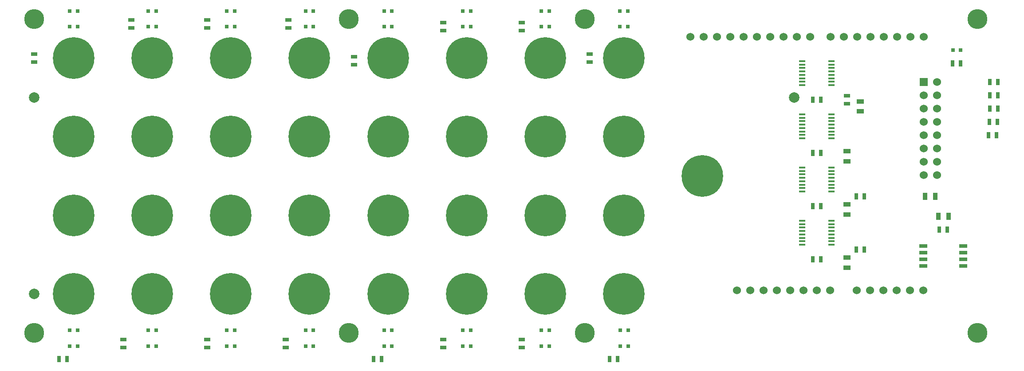
<source format=gts>
G04 #@! TF.GenerationSoftware,KiCad,Pcbnew,(2018-02-14 revision 6afdf1cf8)-makepkg*
G04 #@! TF.CreationDate,2018-02-15T17:49:41+13:00*
G04 #@! TF.ProjectId,patch-shield-digital,70617463682D736869656C642D646967,rev?*
G04 #@! TF.SameCoordinates,Original*
G04 #@! TF.FileFunction,Soldermask,Top*
G04 #@! TF.FilePolarity,Negative*
%FSLAX46Y46*%
G04 Gerber Fmt 4.6, Leading zero omitted, Abs format (unit mm)*
G04 Created by KiCad (PCBNEW (2018-02-14 revision 6afdf1cf8)-makepkg) date 02/15/18 17:49:41*
%MOMM*%
%LPD*%
G01*
G04 APERTURE LIST*
%ADD10C,7.929880*%
%ADD11C,3.797300*%
%ADD12R,0.635000X1.143000*%
%ADD13R,1.143000X0.635000*%
%ADD14R,1.524000X1.524000*%
%ADD15C,1.524000*%
%ADD16R,1.501140X0.701040*%
%ADD17R,0.889000X1.397000*%
%ADD18R,1.397000X0.889000*%
%ADD19R,0.797560X0.797560*%
%ADD20R,1.270000X0.381000*%
%ADD21C,2.001520*%
G04 APERTURE END LIST*
D10*
X55001160Y-59999880D03*
X69999860Y-59999880D03*
X85001100Y-59999880D03*
X99999800Y-59999880D03*
X115001040Y-59999880D03*
X129999740Y-59999880D03*
X145000980Y-59999880D03*
X159999680Y-59999880D03*
X55001160Y-75001120D03*
X69999860Y-75001120D03*
X85001100Y-75001120D03*
X99999800Y-75001120D03*
X115001040Y-75001120D03*
X129999740Y-75001120D03*
X145000980Y-75001120D03*
X159999680Y-75001120D03*
X159999680Y-89999820D03*
X145000980Y-89999820D03*
X129999740Y-89999820D03*
X115001040Y-89999820D03*
X99999800Y-89999820D03*
X85001100Y-89999820D03*
X69999860Y-89999820D03*
X55001160Y-89999820D03*
X55001160Y-105001060D03*
X69999860Y-105001060D03*
X85001100Y-105001060D03*
X99999800Y-105001060D03*
X115001040Y-105001060D03*
X129999740Y-105001060D03*
X145000980Y-105001060D03*
X159999680Y-105001060D03*
D11*
X47500540Y-52499260D03*
X107500420Y-52499260D03*
X152499060Y-52499260D03*
X227500180Y-52499260D03*
X227500180Y-112499140D03*
X152499060Y-112499140D03*
X107500420Y-112499140D03*
X47500540Y-112499140D03*
D10*
X175000920Y-82499200D03*
D12*
X205867000Y-96520000D03*
X204343000Y-96520000D03*
X205867000Y-86360000D03*
X204343000Y-86360000D03*
D13*
X202565000Y-68707000D03*
X202565000Y-67183000D03*
D12*
X229616000Y-74676000D03*
X231140000Y-74676000D03*
X229870000Y-69596000D03*
X231394000Y-69596000D03*
X229743000Y-72136000D03*
X231267000Y-72136000D03*
X229870000Y-67056000D03*
X231394000Y-67056000D03*
X229870000Y-64516000D03*
X231394000Y-64516000D03*
D14*
X217195400Y-64516000D03*
D15*
X219735400Y-64516000D03*
X217195400Y-67056000D03*
X219735400Y-67056000D03*
X217195400Y-69596000D03*
X219735400Y-69596000D03*
X217195400Y-72136000D03*
X219735400Y-72136000D03*
X217195400Y-74676000D03*
X219735400Y-74676000D03*
D16*
X217170000Y-95885000D03*
X217170000Y-97155000D03*
X217170000Y-98425000D03*
X217170000Y-99695000D03*
X224790000Y-99695000D03*
X224790000Y-98425000D03*
X224790000Y-97155000D03*
X224790000Y-95885000D03*
D17*
X220027500Y-90170000D03*
X221932500Y-90170000D03*
X217487500Y-86360000D03*
X219392500Y-86360000D03*
D12*
X220218000Y-92710000D03*
X221742000Y-92710000D03*
D15*
X181584600Y-104343200D03*
X184124600Y-104343200D03*
X186664600Y-104343200D03*
X189204600Y-104343200D03*
X191744600Y-104343200D03*
X194284600Y-104343200D03*
X196824600Y-104343200D03*
X199364600Y-104343200D03*
X204419200Y-104343200D03*
X206959200Y-104343200D03*
X209499200Y-104343200D03*
X212039200Y-104343200D03*
X214579200Y-104343200D03*
X217119200Y-104343200D03*
X217195400Y-77216000D03*
X217195400Y-79756000D03*
X217195400Y-82296000D03*
X219735400Y-82296000D03*
X219735400Y-79756000D03*
X219735400Y-77216000D03*
X217195400Y-55880000D03*
X214655400Y-55880000D03*
X212115400Y-55880000D03*
X209575400Y-55880000D03*
X207035400Y-55880000D03*
X204495400Y-55880000D03*
X201955400Y-55880000D03*
X199415400Y-55880000D03*
X195580000Y-55880000D03*
X193040000Y-55880000D03*
X190500000Y-55880000D03*
X187960000Y-55880000D03*
X185420000Y-55880000D03*
X182880000Y-55880000D03*
X180340000Y-55880000D03*
X177800000Y-55880000D03*
X175260000Y-55880000D03*
X172720000Y-55880000D03*
D18*
X202565000Y-77787500D03*
X202565000Y-79692500D03*
D12*
X197612000Y-78105000D03*
X196088000Y-78105000D03*
X197612000Y-67945000D03*
X196088000Y-67945000D03*
D18*
X205105000Y-68262500D03*
X205105000Y-70167500D03*
X202565000Y-87947500D03*
X202565000Y-89852500D03*
D12*
X197612000Y-88265000D03*
X196088000Y-88265000D03*
X197612000Y-98425000D03*
X196088000Y-98425000D03*
D18*
X202565000Y-98107500D03*
X202565000Y-100012500D03*
D12*
X222758000Y-60960000D03*
X224282000Y-60960000D03*
D19*
X224269300Y-58420000D03*
X222770700Y-58420000D03*
D20*
X194050920Y-70749160D03*
X194050920Y-71399400D03*
X194050920Y-72049640D03*
X194050920Y-72699880D03*
X194050920Y-73350120D03*
X194050920Y-74000360D03*
X194050920Y-74650600D03*
X194050920Y-75300840D03*
X199649080Y-75300840D03*
X199649080Y-74650600D03*
X199649080Y-74000360D03*
X199649080Y-73350120D03*
X199649080Y-72699880D03*
X199649080Y-72049640D03*
X199649080Y-71399400D03*
X199649080Y-70749160D03*
X194050920Y-60589160D03*
X194050920Y-61239400D03*
X194050920Y-61889640D03*
X194050920Y-62539880D03*
X194050920Y-63190120D03*
X194050920Y-63840360D03*
X194050920Y-64490600D03*
X194050920Y-65140840D03*
X199649080Y-65140840D03*
X199649080Y-64490600D03*
X199649080Y-63840360D03*
X199649080Y-63190120D03*
X199649080Y-62539880D03*
X199649080Y-61889640D03*
X199649080Y-61239400D03*
X199649080Y-60589160D03*
X194050920Y-80909160D03*
X194050920Y-81559400D03*
X194050920Y-82209640D03*
X194050920Y-82859880D03*
X194050920Y-83510120D03*
X194050920Y-84160360D03*
X194050920Y-84810600D03*
X194050920Y-85460840D03*
X199649080Y-85460840D03*
X199649080Y-84810600D03*
X199649080Y-84160360D03*
X199649080Y-83510120D03*
X199649080Y-82859880D03*
X199649080Y-82209640D03*
X199649080Y-81559400D03*
X199649080Y-80909160D03*
X194050920Y-91069160D03*
X194050920Y-91719400D03*
X194050920Y-92369640D03*
X194050920Y-93019880D03*
X194050920Y-93670120D03*
X194050920Y-94320360D03*
X194050920Y-94970600D03*
X194050920Y-95620840D03*
X199649080Y-95620840D03*
X199649080Y-94970600D03*
X199649080Y-94320360D03*
X199649080Y-93670120D03*
X199649080Y-93019880D03*
X199649080Y-92369640D03*
X199649080Y-91719400D03*
X199649080Y-91069160D03*
D19*
X115750340Y-54000400D03*
X114251740Y-54000400D03*
X115750340Y-51000660D03*
X114251740Y-51000660D03*
D13*
X108501180Y-61262260D03*
X108501180Y-59738260D03*
X125498860Y-54762400D03*
X125498860Y-53238400D03*
D19*
X130749040Y-51000660D03*
X129250440Y-51000660D03*
X130749040Y-54000400D03*
X129250440Y-54000400D03*
X160748980Y-54000400D03*
X159250380Y-54000400D03*
X160748980Y-51000660D03*
X159250380Y-51000660D03*
D13*
X153499820Y-60761880D03*
X153499820Y-59237880D03*
X140500100Y-54762400D03*
X140500100Y-53238400D03*
D19*
X145750280Y-51000660D03*
X144251680Y-51000660D03*
X145750280Y-54000400D03*
X144251680Y-54000400D03*
X85750400Y-54000400D03*
X84251800Y-54000400D03*
X85750400Y-51000660D03*
X84251800Y-51000660D03*
D13*
X80500220Y-54262020D03*
X80500220Y-52738020D03*
X95999300Y-54262020D03*
X95999300Y-52738020D03*
D19*
X100749100Y-51000660D03*
X99250500Y-51000660D03*
X100749100Y-54000400D03*
X99250500Y-54000400D03*
X70749160Y-54000400D03*
X69250560Y-54000400D03*
X70749160Y-51000660D03*
X69250560Y-51000660D03*
D13*
X65999360Y-54262020D03*
X65999360Y-52738020D03*
X47500540Y-60761880D03*
X47500540Y-59237880D03*
D19*
X55750460Y-51000660D03*
X54251860Y-51000660D03*
X55750460Y-54000400D03*
X54251860Y-54000400D03*
X55750460Y-111998760D03*
X54251860Y-111998760D03*
X55750460Y-115001040D03*
X54251860Y-115001040D03*
D12*
X52237640Y-117500400D03*
X53761640Y-117500400D03*
D13*
X64500760Y-115262660D03*
X64500760Y-113738660D03*
D19*
X70749160Y-115001040D03*
X69250560Y-115001040D03*
X70749160Y-111998760D03*
X69250560Y-111998760D03*
X100749100Y-111998760D03*
X99250500Y-111998760D03*
X100749100Y-115001040D03*
X99250500Y-115001040D03*
D13*
X95498920Y-115262660D03*
X95498920Y-113738660D03*
X80500220Y-115262660D03*
X80500220Y-113738660D03*
D19*
X85750400Y-115001040D03*
X84251800Y-115001040D03*
X85750400Y-111998760D03*
X84251800Y-111998760D03*
X145750280Y-111998760D03*
X144251680Y-111998760D03*
X145750280Y-115001040D03*
X144251680Y-115001040D03*
D13*
X140500100Y-115262660D03*
X140500100Y-113738660D03*
D12*
X157238700Y-117500400D03*
X158762700Y-117500400D03*
D19*
X160848040Y-114998500D03*
X159349440Y-114998500D03*
X160848040Y-111998760D03*
X159349440Y-111998760D03*
X130749040Y-111998760D03*
X129250440Y-111998760D03*
X130749040Y-115001040D03*
X129250440Y-115001040D03*
D13*
X125498860Y-115262660D03*
X125498860Y-113738660D03*
D12*
X112237520Y-117500400D03*
X113761520Y-117500400D03*
D19*
X115750340Y-115001040D03*
X114251740Y-115001040D03*
X115750340Y-111998760D03*
X114251740Y-111998760D03*
D21*
X47500540Y-105001060D03*
X47500540Y-67500500D03*
X192498980Y-67500500D03*
M02*

</source>
